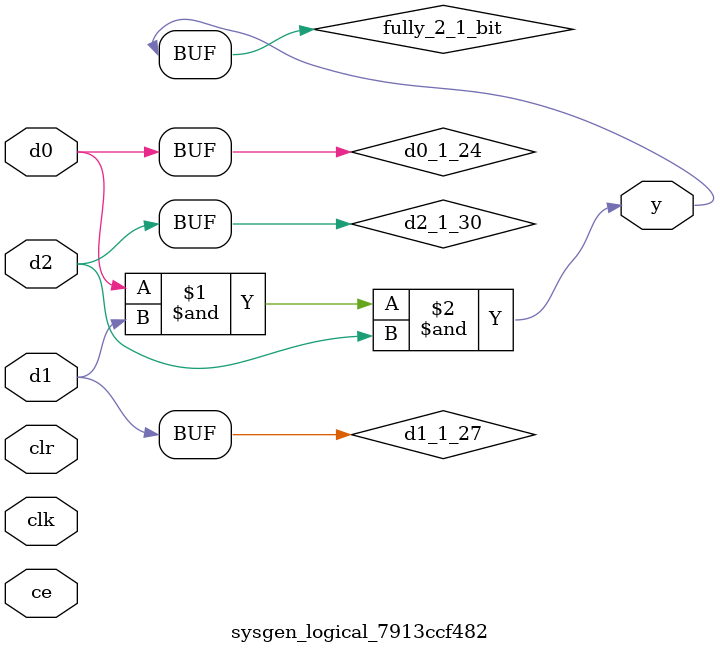
<source format=v>
module sysgen_logical_7913ccf482 (
  input [(1 - 1):0] d0,
  input [(1 - 1):0] d1,
  input [(1 - 1):0] d2,
  output [(1 - 1):0] y,
  input clk,
  input ce,
  input clr);
  wire d0_1_24;
  wire d1_1_27;
  wire d2_1_30;
  wire fully_2_1_bit;
  assign d0_1_24 = d0;
  assign d1_1_27 = d1;
  assign d2_1_30 = d2;
  assign fully_2_1_bit = d0_1_24 & d1_1_27 & d2_1_30;
  assign y = fully_2_1_bit;
endmodule
</source>
